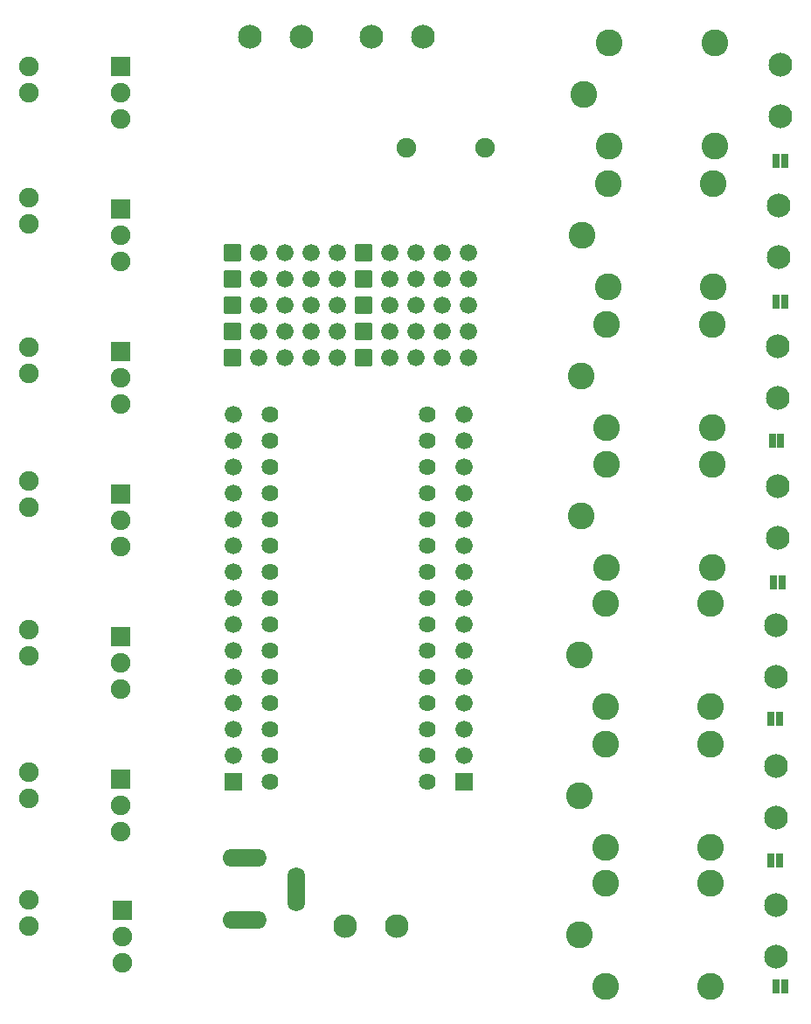
<source format=gbs>
G04 Layer: BottomSolderMaskLayer*
G04 EasyEDA v6.5.20, 2025-08-31 18:04:55*
G04 4654ec591aaf40839b9ddd4dd84afded,10*
G04 Gerber Generator version 0.2*
G04 Scale: 100 percent, Rotated: No, Reflected: No *
G04 Dimensions in millimeters *
G04 leading zeros omitted , absolute positions ,4 integer and 5 decimal *
%FSLAX45Y45*%
%MOMM*%

%AMMACRO1*1,1,$1,$2,$3*1,1,$1,$4,$5*1,1,$1,0-$2,0-$3*1,1,$1,0-$4,0-$5*20,1,$1,$2,$3,$4,$5,0*20,1,$1,$4,$5,0-$2,0-$3,0*20,1,$1,0-$2,0-$3,0-$4,0-$5,0*20,1,$1,0-$4,0-$5,$2,$3,0*4,1,4,$2,$3,$4,$5,0-$2,0-$3,0-$4,0-$5,$2,$3,0*%
%AMMACRO2*4,1,4,-0.3683,-0.6858,-0.3683,0.6858,0.3683,0.6858,0.3683,-0.6858,-0.3683,-0.6858,0*%
%ADD10C,1.9016*%
%ADD11C,2.3016*%
%ADD12MACRO1,0.1016X-0.9X-0.9X-0.9X0.9*%
%ADD13C,2.6016*%
%ADD14C,2.3000*%
%ADD15C,1.6764*%
%ADD16MACRO1,0.1016X-0.7874X0.7874X0.7874X0.7874*%
%ADD17O,4.3015916X1.7015968000000001*%
%ADD18O,1.7015968000000001X4.3015916*%
%ADD19R,1.6764X1.6764*%
%ADD20C,1.6256*%
%ADD21MACRO2*%
%ADD22C,0.0154*%

%LPD*%
D10*
G01*
X3785615Y8255000D03*
G01*
X4545609Y8255000D03*
D11*
G01*
X2764586Y9334500D03*
G01*
X2264613Y9334500D03*
G01*
X3945686Y9334500D03*
G01*
X3445713Y9334500D03*
D10*
G01*
X127000Y7518400D03*
G01*
X127000Y7772400D03*
G01*
X127000Y6070600D03*
G01*
X127000Y6324600D03*
G01*
X127000Y4775200D03*
G01*
X127000Y5029200D03*
G01*
X127000Y3340100D03*
G01*
X127000Y3594100D03*
G01*
X127000Y1955800D03*
G01*
X127000Y2209800D03*
G01*
X127000Y723900D03*
G01*
X127000Y977900D03*
G01*
X127000Y8788400D03*
G01*
X127000Y9042400D03*
D12*
G01*
X1016002Y7662329D03*
D10*
G01*
X1016000Y7408316D03*
G01*
X1016000Y7154316D03*
D12*
G01*
X1016002Y6282265D03*
D10*
G01*
X1016000Y6028258D03*
G01*
X1016000Y5774258D03*
D12*
G01*
X1016002Y4902200D03*
D10*
G01*
X1016000Y4648200D03*
G01*
X1016000Y4394200D03*
D12*
G01*
X1016002Y3522134D03*
D10*
G01*
X1016000Y3268141D03*
G01*
X1016000Y3014141D03*
D12*
G01*
X1016002Y2142065D03*
D10*
G01*
X1016000Y1888058D03*
G01*
X1016000Y1634058D03*
D12*
G01*
X1028700Y876300D03*
D10*
G01*
X1028700Y622300D03*
G01*
X1028700Y368300D03*
D12*
G01*
X1016000Y9042400D03*
D10*
G01*
X1016000Y8788400D03*
G01*
X1016000Y8534400D03*
D13*
G01*
X6769100Y8275701D03*
G01*
X6769100Y9275699D03*
G01*
X5749036Y9275699D03*
G01*
X5749036Y8275701D03*
G01*
X5499100Y8775572D03*
D11*
G01*
X7404100Y8563787D03*
G01*
X7404100Y9063786D03*
D14*
G01*
X3691686Y723900D03*
G01*
X3191713Y723900D03*
D15*
G01*
X4381500Y6985000D03*
G01*
X4127500Y6985000D03*
G01*
X3873500Y6985000D03*
G01*
X3619500Y6985000D03*
D16*
G01*
X3365500Y6985000D03*
D15*
G01*
X4381500Y6477000D03*
G01*
X4127500Y6477000D03*
G01*
X3873500Y6477000D03*
G01*
X3619500Y6477000D03*
D16*
G01*
X3365500Y6477000D03*
D15*
G01*
X4381500Y7239000D03*
G01*
X4127500Y7239000D03*
G01*
X3873500Y7239000D03*
G01*
X3619500Y7239000D03*
D16*
G01*
X3365500Y7239000D03*
D15*
G01*
X4381500Y6731000D03*
G01*
X4127500Y6731000D03*
G01*
X3873500Y6731000D03*
G01*
X3619500Y6731000D03*
D16*
G01*
X3365500Y6731000D03*
D15*
G01*
X4381500Y6223000D03*
G01*
X4127500Y6223000D03*
G01*
X3873500Y6223000D03*
G01*
X3619500Y6223000D03*
D16*
G01*
X3365500Y6223000D03*
D15*
G01*
X3111500Y6985000D03*
G01*
X2857500Y6985000D03*
G01*
X2603500Y6985000D03*
G01*
X2349500Y6985000D03*
D16*
G01*
X2095500Y6985000D03*
D15*
G01*
X3111500Y7239000D03*
G01*
X2857500Y7239000D03*
G01*
X2603500Y7239000D03*
G01*
X2349500Y7239000D03*
D16*
G01*
X2095500Y7239000D03*
D15*
G01*
X3111500Y6731000D03*
G01*
X2857500Y6731000D03*
G01*
X2603500Y6731000D03*
G01*
X2349500Y6731000D03*
D16*
G01*
X2095500Y6731000D03*
D15*
G01*
X3111500Y6223000D03*
G01*
X2857500Y6223000D03*
G01*
X2603500Y6223000D03*
G01*
X2349500Y6223000D03*
D16*
G01*
X2095500Y6223000D03*
D15*
G01*
X3111500Y6477000D03*
G01*
X2857500Y6477000D03*
G01*
X2603500Y6477000D03*
G01*
X2349500Y6477000D03*
D16*
G01*
X2095500Y6477000D03*
D13*
G01*
X6756400Y6907911D03*
G01*
X6756400Y7907909D03*
G01*
X5736336Y7907909D03*
G01*
X5736336Y6907911D03*
G01*
X5486400Y7407783D03*
D11*
G01*
X7391400Y7195997D03*
G01*
X7391400Y7695996D03*
D13*
G01*
X6743700Y5549011D03*
G01*
X6743700Y6549009D03*
G01*
X5723636Y6549009D03*
G01*
X5723636Y5549011D03*
G01*
X5473700Y6048882D03*
D11*
G01*
X7378700Y5837097D03*
G01*
X7378700Y6337096D03*
D13*
G01*
X6743700Y4190111D03*
G01*
X6743700Y5190109D03*
G01*
X5723636Y5190109D03*
G01*
X5723636Y4190111D03*
G01*
X5473700Y4689982D03*
D11*
G01*
X7378700Y4478197D03*
G01*
X7378700Y4978196D03*
D13*
G01*
X6731000Y2843911D03*
G01*
X6731000Y3843909D03*
G01*
X5710936Y3843909D03*
G01*
X5710936Y2843911D03*
G01*
X5461000Y3343782D03*
D11*
G01*
X7366000Y3131997D03*
G01*
X7366000Y3631996D03*
D13*
G01*
X6731000Y1485011D03*
G01*
X6731000Y2485009D03*
G01*
X5710936Y2485009D03*
G01*
X5710936Y1485011D03*
G01*
X5461000Y1984882D03*
D11*
G01*
X7366000Y1773097D03*
G01*
X7366000Y2273096D03*
D13*
G01*
X6731000Y138811D03*
G01*
X6731000Y1138809D03*
G01*
X5710936Y1138809D03*
G01*
X5710936Y138811D03*
G01*
X5461000Y638682D03*
D11*
G01*
X7366000Y426897D03*
G01*
X7366000Y926896D03*
D17*
G01*
X2213305Y1379499D03*
G01*
X2213305Y779500D03*
D18*
G01*
X2714294Y1074496D03*
D15*
G01*
X4343400Y5676900D03*
G01*
X4343400Y5422900D03*
G01*
X4343400Y5168900D03*
G01*
X4343400Y4914900D03*
G01*
X4343400Y4660900D03*
G01*
X4343400Y4406900D03*
G01*
X4343400Y4152900D03*
G01*
X4343400Y3898900D03*
G01*
X4343400Y3644900D03*
G01*
X4343400Y3390900D03*
G01*
X4343400Y3136900D03*
G01*
X4343400Y2882900D03*
G01*
X4343400Y2628900D03*
G01*
X4343400Y2374900D03*
D19*
G01*
X4343400Y2120900D03*
D15*
G01*
X2108200Y5676900D03*
G01*
X2108200Y5422900D03*
G01*
X2108200Y5168900D03*
G01*
X2108200Y4914900D03*
G01*
X2108200Y4660900D03*
G01*
X2108200Y4406900D03*
G01*
X2108200Y4152900D03*
G01*
X2108200Y3898900D03*
G01*
X2108200Y3644900D03*
G01*
X2108200Y3390900D03*
G01*
X2108200Y3136900D03*
G01*
X2108200Y2882900D03*
G01*
X2108200Y2628900D03*
G01*
X2108200Y2374900D03*
D19*
G01*
X2108200Y2120900D03*
D20*
G01*
X3987800Y2120900D03*
G01*
X3987800Y2374900D03*
G01*
X3987800Y2628900D03*
G01*
X3987800Y2882900D03*
G01*
X3987800Y3136900D03*
G01*
X3987800Y3390900D03*
G01*
X3987800Y3644900D03*
G01*
X3987800Y3898900D03*
G01*
X3987800Y4152900D03*
G01*
X3987800Y4406900D03*
G01*
X3987800Y4660900D03*
G01*
X3987800Y4914900D03*
G01*
X3987800Y5168900D03*
G01*
X3987800Y5422900D03*
G01*
X3987800Y5676900D03*
G01*
X2463800Y5676900D03*
G01*
X2463800Y5422900D03*
G01*
X2463800Y5168900D03*
G01*
X2463800Y4914900D03*
G01*
X2463800Y4660900D03*
G01*
X2463800Y4406900D03*
G01*
X2463800Y4152900D03*
G01*
X2463800Y3898900D03*
G01*
X2463800Y3644900D03*
G01*
X2463800Y3390900D03*
G01*
X2463800Y3136900D03*
G01*
X2463800Y2882900D03*
G01*
X2463800Y2628900D03*
G01*
X2463800Y2374900D03*
G01*
X2463800Y2120900D03*
D21*
G01*
X7363460Y6769100D03*
G01*
X7444739Y6769100D03*
G01*
X7325360Y5422900D03*
G01*
X7406639Y5422900D03*
G01*
X7338060Y4051300D03*
G01*
X7419339Y4051300D03*
G01*
X7312660Y2730500D03*
G01*
X7393939Y2730500D03*
G01*
X7312660Y1358900D03*
G01*
X7393939Y1358900D03*
G01*
X7363460Y139700D03*
G01*
X7444739Y139700D03*
G01*
X7363460Y8128000D03*
G01*
X7444739Y8128000D03*
M02*

</source>
